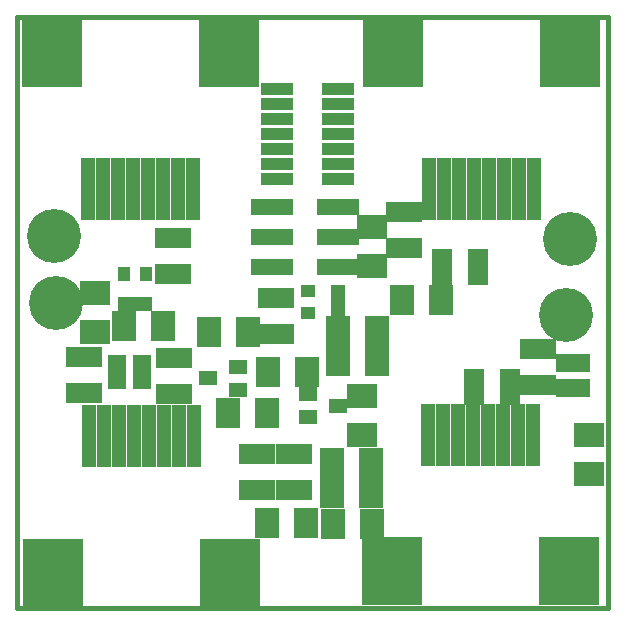
<source format=gts>
G04 (created by PCBNEW-RS274X (2012-01-19 BZR 3256)-stable) date 2/6/2013 4:14:27 PM*
G01*
G70*
G90*
%MOIN*%
G04 Gerber Fmt 3.4, Leading zero omitted, Abs format*
%FSLAX34Y34*%
G04 APERTURE LIST*
%ADD10C,0.006000*%
%ADD11C,0.015000*%
%ADD12R,0.050000X0.040000*%
%ADD13R,0.040000X0.050000*%
%ADD14R,0.059400X0.047600*%
%ADD15R,0.200000X0.225000*%
%ADD16R,0.045000X0.207000*%
%ADD17R,0.120000X0.070000*%
%ADD18R,0.080000X0.100000*%
%ADD19R,0.100000X0.080000*%
%ADD20R,0.139000X0.058000*%
%ADD21C,0.180000*%
%ADD22R,0.070000X0.120000*%
%ADD23R,0.043600X0.059400*%
%ADD24R,0.059400X0.043600*%
%ADD25R,0.106900X0.044000*%
G04 APERTURE END LIST*
G54D10*
G54D11*
X23811Y-09433D02*
X23815Y-09437D01*
X23811Y-29118D02*
X23811Y-09433D01*
X43496Y-29118D02*
X23811Y-29118D01*
X43496Y-09433D02*
X43496Y-29118D01*
X23811Y-09433D02*
X43496Y-09433D01*
G54D12*
X34500Y-19304D03*
X34500Y-18554D03*
X33500Y-19304D03*
X34500Y-18929D03*
X33500Y-18554D03*
G54D13*
X27373Y-18992D03*
X28123Y-18992D03*
X27373Y-17992D03*
X27748Y-18992D03*
X28123Y-17992D03*
G54D14*
X30161Y-21469D03*
X31161Y-21094D03*
X31161Y-21844D03*
X34508Y-22378D03*
X33508Y-22753D03*
X33508Y-22003D03*
G54D15*
X24988Y-10606D03*
G54D16*
X26188Y-15156D03*
X26688Y-15156D03*
X27188Y-15156D03*
X27688Y-15156D03*
X28188Y-15156D03*
X28688Y-15156D03*
X29188Y-15156D03*
X29688Y-15156D03*
G54D15*
X30888Y-10606D03*
X36353Y-10614D03*
G54D16*
X37553Y-15164D03*
X38053Y-15164D03*
X38553Y-15164D03*
X39053Y-15164D03*
X39553Y-15164D03*
X40053Y-15164D03*
X40553Y-15164D03*
X41053Y-15164D03*
G54D15*
X42253Y-10614D03*
X30906Y-27953D03*
G54D16*
X29706Y-23403D03*
X29206Y-23403D03*
X28706Y-23403D03*
X28206Y-23403D03*
X27706Y-23403D03*
X27206Y-23403D03*
X26706Y-23403D03*
X26206Y-23403D03*
G54D15*
X25006Y-27953D03*
X42216Y-27898D03*
G54D16*
X41016Y-23348D03*
X40516Y-23348D03*
X40016Y-23348D03*
X39516Y-23348D03*
X39016Y-23348D03*
X38516Y-23348D03*
X38016Y-23348D03*
X37516Y-23348D03*
G54D15*
X36316Y-27898D03*
G54D17*
X29008Y-17974D03*
X29008Y-16774D03*
X32453Y-19982D03*
X32453Y-18782D03*
G54D18*
X34495Y-20898D03*
X35795Y-20898D03*
X31504Y-19921D03*
X30204Y-19921D03*
G54D19*
X35295Y-23367D03*
X35295Y-22067D03*
X26398Y-18630D03*
X26398Y-19930D03*
G54D18*
X36644Y-18866D03*
X37944Y-18866D03*
G54D20*
X32311Y-17772D03*
X32311Y-16772D03*
X32311Y-15772D03*
X34491Y-17772D03*
X34491Y-16772D03*
X34491Y-15772D03*
G54D21*
X25039Y-16728D03*
X42224Y-16807D03*
X42098Y-19343D03*
X25091Y-18969D03*
G54D18*
X32169Y-21244D03*
X33469Y-21244D03*
G54D17*
X26055Y-21962D03*
X26055Y-20762D03*
X29024Y-21978D03*
X29024Y-20778D03*
X31800Y-24000D03*
X31800Y-25200D03*
X33055Y-23991D03*
X33055Y-25191D03*
G54D22*
X39045Y-21756D03*
X40245Y-21756D03*
G54D17*
X41168Y-20487D03*
X41168Y-21687D03*
X36701Y-15912D03*
X36701Y-17112D03*
G54D22*
X39182Y-17760D03*
X37982Y-17760D03*
G54D18*
X28681Y-19717D03*
X27381Y-19717D03*
X34495Y-19898D03*
X35795Y-19898D03*
G54D23*
X41959Y-21802D03*
X42709Y-21802D03*
X42334Y-21802D03*
X42709Y-20970D03*
X41959Y-20970D03*
X42334Y-20970D03*
G54D24*
X27967Y-21627D03*
X27967Y-20877D03*
X27967Y-21252D03*
X27135Y-20877D03*
X27135Y-21627D03*
X27135Y-21252D03*
G54D25*
X34513Y-14831D03*
X34513Y-14331D03*
X34513Y-13831D03*
X34513Y-13331D03*
X34513Y-12831D03*
X34513Y-12331D03*
X34513Y-11831D03*
X32463Y-11831D03*
X32463Y-12331D03*
X32463Y-12831D03*
X32463Y-13331D03*
X32463Y-13831D03*
X32463Y-14331D03*
X32463Y-14831D03*
G54D19*
X35650Y-17709D03*
X35650Y-16409D03*
G54D18*
X35603Y-24291D03*
X34303Y-24291D03*
X30842Y-22630D03*
X32142Y-22630D03*
X33453Y-26299D03*
X32153Y-26299D03*
G54D19*
X42882Y-23350D03*
X42882Y-24650D03*
G54D18*
X34303Y-25291D03*
X35603Y-25291D03*
X35650Y-26327D03*
X34350Y-26327D03*
M02*

</source>
